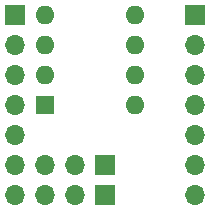
<source format=gbr>
%TF.GenerationSoftware,KiCad,Pcbnew,8.0.4*%
%TF.CreationDate,2024-07-26T21:26:35+02:00*%
%TF.ProjectId,rx_pcb,72785f70-6362-42e6-9b69-6361645f7063,rev?*%
%TF.SameCoordinates,Original*%
%TF.FileFunction,Soldermask,Top*%
%TF.FilePolarity,Negative*%
%FSLAX46Y46*%
G04 Gerber Fmt 4.6, Leading zero omitted, Abs format (unit mm)*
G04 Created by KiCad (PCBNEW 8.0.4) date 2024-07-26 21:26:35*
%MOMM*%
%LPD*%
G01*
G04 APERTURE LIST*
%ADD10R,1.600000X1.600000*%
%ADD11O,1.600000X1.600000*%
%ADD12R,1.700000X1.700000*%
%ADD13O,1.700000X1.700000*%
G04 APERTURE END LIST*
D10*
%TO.C,SW1*%
X121920000Y-83820000D03*
D11*
X121920000Y-81280000D03*
X121920000Y-78740000D03*
X121920000Y-76200000D03*
X129540000Y-76200000D03*
X129540000Y-78740000D03*
X129540000Y-81280000D03*
X129540000Y-83820000D03*
%TD*%
D12*
%TO.C,J4*%
X127000000Y-88900000D03*
D13*
X124460000Y-88900000D03*
X121920000Y-88900000D03*
%TD*%
D12*
%TO.C,J3*%
X127000000Y-91440000D03*
D13*
X124460000Y-91440000D03*
X121920000Y-91440000D03*
%TD*%
D12*
%TO.C,J2*%
X134620000Y-76200000D03*
D13*
X134620000Y-78740000D03*
X134620000Y-81280000D03*
X134620000Y-83820000D03*
X134620000Y-86360000D03*
X134620000Y-88900000D03*
X134620000Y-91440000D03*
%TD*%
D12*
%TO.C,J1*%
X119380000Y-76200000D03*
D13*
X119380000Y-78740000D03*
X119380000Y-81280000D03*
X119380000Y-83820000D03*
X119380000Y-86360000D03*
X119380000Y-88900000D03*
X119380000Y-91440000D03*
%TD*%
M02*

</source>
